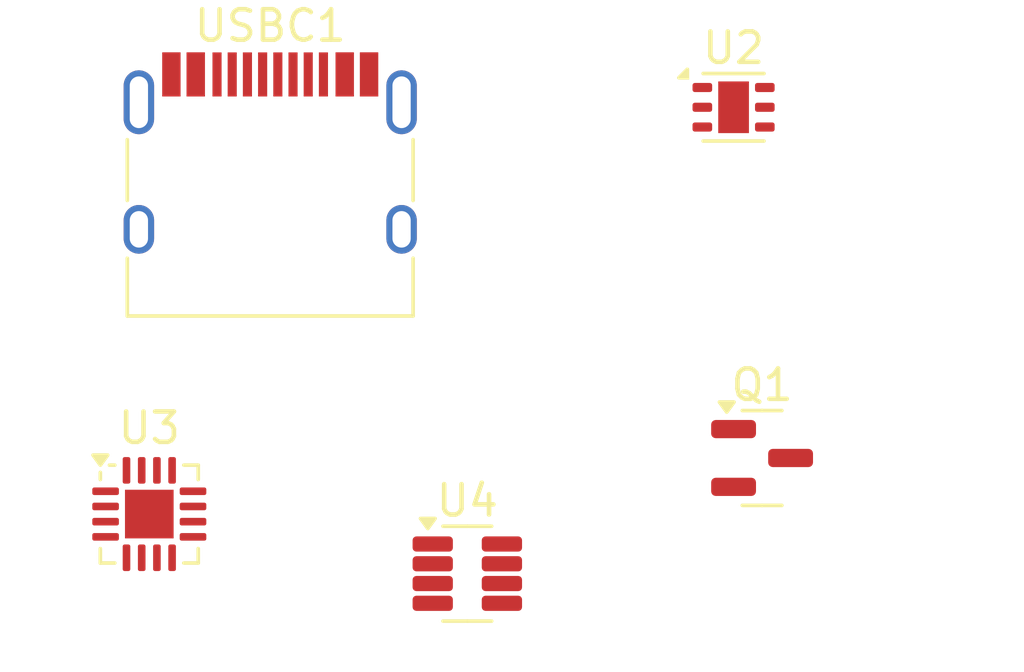
<source format=kicad_pcb>
(kicad_pcb (version 20241229) (generator "pcbnew") (generator_version "9.0")
  (layers (0 "F.Cu" signal) (2 "B.Cu" signal) (13 "F.Paste" user) (15 "B.Paste" user) (5 "F.SilkS" user "F.Silkscreen") (7 "B.SilkS" user "B.Silkscreen") (1 "F.Mask" user) (3 "B.Mask" user) (25 "Edge.Cuts" user))
  (net 0 "")
  (net 1 "Net-(Q1-C)")
  (net 2 "GND")
  (net 3 "Net-(U2-VSET)")
  (net 6 "/HV")
  (net 7 "/BATT")
  (net 8 "/LOAD")
  (net 11 "Net-(U3-TS)")
  (net 12 "/SDA")
  (net 13 "+5V")
  (net 14 "Net-(U4-A1)")
  (net 15 "/SCL")
  (net 16 "Net-(U4-A0)")
  (net 17 "Net-(U4-IN+)")
  (net 26 "Net-(Q1-E)")
  (net 27 "Net-(Q1-B)")
  (net 28 "Net-(D2-K)")
  (net 29 "Net-(U3-ILIM)")
  (net 30 "Net-(D1-K)")
  (footprint "Package_DFN_QFN:DFN-6-1EP_2x2mm_P0.65mm_EP1.01x1.7mm" (layer "F.Cu") (at 142.24 80.855)
    (property "Reference" "U2" (at 0 -1.95 0) (layer "F.SilkS"))
    (property "Value" "HUSB237-AA001-DN06R")
    (fp_line (start -1 -1.11) (end 1 -1.11) (stroke (width 0.12)) (layer "F.SilkS"))
    (fp_line (start -1 1.11) (end 1 1.11) (stroke (width 0.12)) (layer "F.SilkS"))
    (fp_poly (pts (xy -1.52 -0.97) (xy -1.8 -0.97) (xy -1.52 -1.25) (xy -1.52 -0.97)) (stroke (width 0.12)) (fill yes) (layer "F.SilkS"))
    (pad "1" smd roundrect (at -1.0275 -0.65) (size 0.645 0.3) (layers "F.Cu" "F.Mask" "F.Paste") (net 2 "GND"))
    (pad "2" smd roundrect (at -1.0275 0) (size 0.645 0.3) (layers "F.Cu" "F.Mask" "F.Paste") (net 6 "/HV"))
    (pad "3" smd roundrect (at -1.0275 0.65) (size 0.645 0.3) (layers "F.Cu" "F.Mask" "F.Paste") (net 3 "Net-(U2-VSET)"))
    (pad "4" smd roundrect (at 1.0275 0.65) (size 0.645 0.3) (layers "F.Cu" "F.Mask" "F.Paste"))
    (pad "5" smd roundrect (at 1.0275 0) (size 0.645 0.3) (layers "F.Cu" "F.Mask" "F.Paste"))
    (pad "6" smd roundrect (at 1.0275 -0.65) (size 0.645 0.3) (layers "F.Cu" "F.Mask" "F.Paste") (net 2 "GND"))
    (pad "7" smd rect (at 0 0) (size 1.01 1.7) (property pad_prop_heatsink) (layers "F.Cu" "F.Mask") (net 2 "GND"))
  )
  (footprint "Connector_USB:USB_C_Receptacle_HRO_TYPE-C-31-M-12" (layer "F.Cu") (at 127 83.82)
    (property "Reference" "USBC1" (at 0 -5.645 0) (layer "F.SilkS"))
    (property "Value" "~")
    (fp_line (start -4.7 -1.9) (end -4.7 0.1) (stroke (width 0.12)) (layer "F.SilkS"))
    (fp_line (start -4.7 2) (end -4.7 3.9) (stroke (width 0.12)) (layer "F.SilkS"))
    (fp_line (start -4.7 3.9) (end 4.7 3.9) (stroke (width 0.12)) (layer "F.SilkS"))
    (fp_line (start 4.7 -1.9) (end 4.7 0.1) (stroke (width 0.12)) (layer "F.SilkS"))
    (fp_line (start 4.7 2) (end 4.7 3.9) (stroke (width 0.12)) (layer "F.SilkS"))
    (pad "" np_thru_hole circle (at -2.89 -2.6) (size 0.65 0.65) (drill 0.65) (layers "*.Cu" "*.Mask"))
    (pad "" np_thru_hole circle (at 2.89 -2.6) (size 0.65 0.65) (drill 0.65) (layers "*.Cu" "*.Mask"))
    (pad "A1" smd rect (at -3.25 -4.045) (size 0.6 1.45) (layers "F.Cu" "F.Mask" "F.Paste") (net 2 "GND"))
    (pad "A4" smd rect (at -2.45 -4.045) (size 0.6 1.45) (layers "F.Cu" "F.Mask" "F.Paste"))
    (pad "A5" smd rect (at -1.25 -4.045) (size 0.3 1.45) (layers "F.Cu" "F.Mask" "F.Paste") (net 2 "GND"))
    (pad "A6" smd rect (at -0.25 -4.045) (size 0.3 1.45) (layers "F.Cu" "F.Mask" "F.Paste"))
    (pad "A7" smd rect (at 0.25 -4.045) (size 0.3 1.45) (layers "F.Cu" "F.Mask" "F.Paste"))
    (pad "A8" smd rect (at 1.25 -4.045) (size 0.3 1.45) (layers "F.Cu" "F.Mask" "F.Paste"))
    (pad "A9" smd rect (at 2.45 -4.045) (size 0.6 1.45) (layers "F.Cu" "F.Mask" "F.Paste"))
    (pad "A12" smd rect (at 3.25 -4.045) (size 0.6 1.45) (layers "F.Cu" "F.Mask" "F.Paste") (net 2 "GND"))
    (pad "B1" smd rect (at 3.25 -4.045) (size 0.6 1.45) (layers "F.Cu" "F.Mask" "F.Paste") (net 2 "GND"))
    (pad "B4" smd rect (at 2.45 -4.045) (size 0.6 1.45) (layers "F.Cu" "F.Mask" "F.Paste") (net 6 "/HV"))
    (pad "B5" smd rect (at 1.75 -4.045) (size 0.3 1.45) (layers "F.Cu" "F.Mask" "F.Paste") (net 2 "GND"))
    (pad "B6" smd rect (at 0.75 -4.045) (size 0.3 1.45) (layers "F.Cu" "F.Mask" "F.Paste"))
    (pad "B7" smd rect (at -0.75 -4.045) (size 0.3 1.45) (layers "F.Cu" "F.Mask" "F.Paste"))
    (pad "B8" smd rect (at -1.75 -4.045) (size 0.3 1.45) (layers "F.Cu" "F.Mask" "F.Paste"))
    (pad "B9" smd rect (at -2.45 -4.045) (size 0.6 1.45) (layers "F.Cu" "F.Mask" "F.Paste") (net 6 "/HV"))
    (pad "B12" smd rect (at -3.25 -4.045) (size 0.6 1.45) (layers "F.Cu" "F.Mask" "F.Paste") (net 2 "GND"))
    (pad "S1" thru_hole oval (at -4.32 -3.13) (size 1 2.1) (drill oval 0.6 1.7) (property pad_prop_heatsink) (layers "*.Cu" "*.Mask"))
    (pad "S1" thru_hole oval (at -4.32 1.05) (size 1 1.6) (drill oval 0.6 1.2) (property pad_prop_heatsink) (layers "*.Cu" "*.Mask"))
    (pad "S1" thru_hole oval (at 4.32 -3.13) (size 1 2.1) (drill oval 0.6 1.7) (property pad_prop_heatsink) (layers "*.Cu" "*.Mask"))
    (pad "S1" thru_hole oval (at 4.32 1.05) (size 1 1.6) (drill oval 0.6 1.2) (property pad_prop_heatsink) (layers "*.Cu" "*.Mask"))
  )
  (footprint "Package_DFN_QFN:VQFN-16-1EP_3x3mm_P0.5mm_EP1.6x1.6mm" (layer "F.Cu") (at 123.0225 94.235)
    (property "Reference" "U3" (at 0 -2.83 0) (layer "F.SilkS"))
    (property "Value" "BQ24074RGT")
    (fp_line (start -1.61 -1.135) (end -1.61 -1.37) (stroke (width 0.12)) (layer "F.SilkS"))
    (fp_line (start -1.61 1.61) (end -1.61 1.135) (stroke (width 0.12)) (layer "F.SilkS"))
    (fp_line (start -1.135 -1.61) (end -1.31 -1.61) (stroke (width 0.12)) (layer "F.SilkS"))
    (fp_line (start -1.135 1.61) (end -1.61 1.61) (stroke (width 0.12)) (layer "F.SilkS"))
    (fp_line (start 1.135 -1.61) (end 1.61 -1.61) (stroke (width 0.12)) (layer "F.SilkS"))
    (fp_line (start 1.135 1.61) (end 1.61 1.61) (stroke (width 0.12)) (layer "F.SilkS"))
    (fp_line (start 1.61 -1.61) (end 1.61 -1.135) (stroke (width 0.12)) (layer "F.SilkS"))
    (fp_line (start 1.61 1.61) (end 1.61 1.135) (stroke (width 0.12)) (layer "F.SilkS"))
    (fp_poly (pts (xy -1.61 -1.61) (xy -1.85 -1.94) (xy -1.37 -1.94) (xy -1.61 -1.61)) (stroke (width 0.12)) (fill yes) (layer "F.SilkS"))
    (pad "1" smd roundrect (at -1.4375 -0.75) (size 0.875 0.25) (layers "F.Cu" "F.Mask" "F.Paste") (net 11 "Net-(U3-TS)"))
    (pad "2" smd roundrect (at -1.4375 -0.25) (size 0.875 0.25) (layers "F.Cu" "F.Mask" "F.Paste") (net 7 "/BATT"))
    (pad "3" smd roundrect (at -1.4375 0.25) (size 0.875 0.25) (layers "F.Cu" "F.Mask" "F.Paste") (net 7 "/BATT"))
    (pad "4" smd roundrect (at -1.4375 0.75) (size 0.875 0.25) (layers "F.Cu" "F.Mask" "F.Paste") (net 2 "GND"))
    (pad "5" smd roundrect (at -0.75 1.4375) (size 0.25 0.875) (layers "F.Cu" "F.Mask" "F.Paste"))
    (pad "6" smd roundrect (at -0.25 1.4375) (size 0.25 0.875) (layers "F.Cu" "F.Mask" "F.Paste") (net 2 "GND"))
    (pad "7" smd roundrect (at 0.25 1.4375) (size 0.25 0.875) (layers "F.Cu" "F.Mask" "F.Paste") (net 28 "Net-(D2-K)"))
    (pad "8" smd roundrect (at 0.75 1.4375) (size 0.25 0.875) (layers "F.Cu" "F.Mask" "F.Paste") (net 2 "GND"))
    (pad "9" smd roundrect (at 1.4375 0.75) (size 0.875 0.25) (layers "F.Cu" "F.Mask" "F.Paste") (net 30 "Net-(D1-K)"))
    (pad "10" smd roundrect (at 1.4375 0.25) (size 0.875 0.25) (layers "F.Cu" "F.Mask" "F.Paste") (net 8 "/LOAD"))
    (pad "11" smd roundrect (at 1.4375 -0.25) (size 0.875 0.25) (layers "F.Cu" "F.Mask" "F.Paste") (net 8 "/LOAD"))
    (pad "12" smd roundrect (at 1.4375 -0.75) (size 0.875 0.25) (layers "F.Cu" "F.Mask" "F.Paste") (net 29 "Net-(U3-ILIM)"))
    (pad "13" smd roundrect (at 0.75 -1.4375) (size 0.25 0.875) (layers "F.Cu" "F.Mask" "F.Paste") (net 6 "/HV"))
    (pad "14" smd roundrect (at 0.25 -1.4375) (size 0.25 0.875) (layers "F.Cu" "F.Mask" "F.Paste") (net 2 "GND"))
    (pad "15" smd roundrect (at -0.25 -1.4375) (size 0.25 0.875) (layers "F.Cu" "F.Mask" "F.Paste"))
    (pad "16" smd roundrect (at -0.75 -1.4375) (size 0.25 0.875) (layers "F.Cu" "F.Mask" "F.Paste") (net 1 "Net-(Q1-C)"))
    (pad "17" smd rect (at 0 0) (size 1.6 1.6) (property pad_prop_heatsink) (layers "F.Cu" "F.Mask") (net 2 "GND"))
  )
  (footprint "Package_TO_SOT_SMD:SOT-23" (layer "F.Cu") (at 143.1775 92.39)
    (property "Reference" "Q1" (at 0 -2.4 0) (layer "F.SilkS"))
    (property "Value" "MMBT5551L")
    (fp_line (start 0 -1.56) (end -0.65 -1.56) (stroke (width 0.12)) (layer "F.SilkS"))
    (fp_line (start 0 -1.56) (end 0.65 -1.56) (stroke (width 0.12)) (layer "F.SilkS"))
    (fp_line (start 0 1.56) (end -0.65 1.56) (stroke (width 0.12)) (layer "F.SilkS"))
    (fp_line (start 0 1.56) (end 0.65 1.56) (stroke (width 0.12)) (layer "F.SilkS"))
    (fp_poly (pts (xy -1.1625 -1.51) (xy -1.4025 -1.84) (xy -0.9225 -1.84) (xy -1.1625 -1.51)) (stroke (width 0.12)) (fill yes) (layer "F.SilkS"))
    (pad "1" smd roundrect (at -0.9375 -0.95) (size 1.475 0.6) (layers "F.Cu" "F.Mask" "F.Paste") (net 27 "Net-(Q1-B)"))
    (pad "2" smd roundrect (at -0.9375 0.95) (size 1.475 0.6) (layers "F.Cu" "F.Mask" "F.Paste") (net 26 "Net-(Q1-E)"))
    (pad "3" smd roundrect (at 0.9375 0) (size 1.475 0.6) (layers "F.Cu" "F.Mask" "F.Paste") (net 1 "Net-(Q1-C)"))
  )
  (footprint "Package_TO_SOT_SMD:SOT-23-8" (layer "F.Cu") (at 133.4825 96.195)
    (property "Reference" "U4" (at 0 -2.4 0) (layer "F.SilkS"))
    (property "Value" "INA219AxDCN SOT-23")
    (fp_line (start 0 -1.56) (end -0.8 -1.56) (stroke (width 0.12)) (layer "F.SilkS"))
    (fp_line (start 0 -1.56) (end 0.8 -1.56) (stroke (width 0.12)) (layer "F.SilkS"))
    (fp_line (start 0 1.56) (end -0.8 1.56) (stroke (width 0.12)) (layer "F.SilkS"))
    (fp_line (start 0 1.56) (end 0.8 1.56) (stroke (width 0.12)) (layer "F.SilkS"))
    (fp_poly (pts (xy -1.3 -1.485) (xy -1.54 -1.815) (xy -1.06 -1.815) (xy -1.3 -1.485)) (stroke (width 0.12)) (fill yes) (layer "F.SilkS"))
    (pad "1" smd roundrect (at -1.1375 -0.975) (size 1.325 0.5) (layers "F.Cu" "F.Mask" "F.Paste") (net 17 "Net-(U4-IN+)"))
    (pad "2" smd roundrect (at -1.1375 -0.325) (size 1.325 0.5) (layers "F.Cu" "F.Mask" "F.Paste") (net 7 "/BATT"))
    (pad "3" smd roundrect (at -1.1375 0.325) (size 1.325 0.5) (layers "F.Cu" "F.Mask" "F.Paste") (net 2 "GND"))
    (pad "4" smd roundrect (at -1.1375 0.975) (size 1.325 0.5) (layers "F.Cu" "F.Mask" "F.Paste") (net 13 "+5V"))
    (pad "5" smd roundrect (at 1.1375 0.975) (size 1.325 0.5) (layers "F.Cu" "F.Mask" "F.Paste") (net 15 "/SCL"))
    (pad "6" smd roundrect (at 1.1375 0.325) (size 1.325 0.5) (layers "F.Cu" "F.Mask" "F.Paste") (net 12 "/SDA"))
    (pad "7" smd roundrect (at 1.1375 -0.325) (size 1.325 0.5) (layers "F.Cu" "F.Mask" "F.Paste") (net 16 "Net-(U4-A0)"))
    (pad "8" smd roundrect (at 1.1375 -0.975) (size 1.325 0.5) (layers "F.Cu" "F.Mask" "F.Paste") (net 14 "Net-(U4-A1)"))
  )
)
</source>
